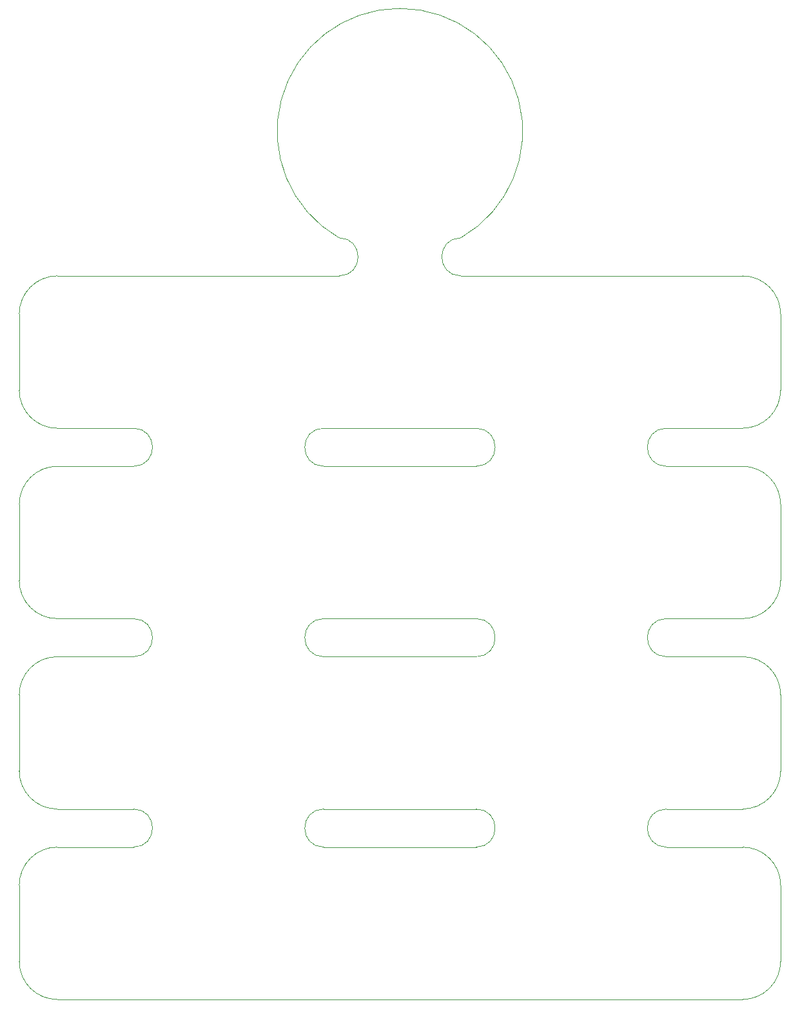
<source format=gbr>
%TF.GenerationSoftware,KiCad,Pcbnew,(5.1.9)-1*%
%TF.CreationDate,2021-12-23T21:14:11+01:00*%
%TF.ProjectId,Berlin_Uhr,4265726c-696e-45f5-9568-722e6b696361,rev?*%
%TF.SameCoordinates,Original*%
%TF.FileFunction,Profile,NP*%
%FSLAX46Y46*%
G04 Gerber Fmt 4.6, Leading zero omitted, Abs format (unit mm)*
G04 Created by KiCad (PCBNEW (5.1.9)-1) date 2021-12-23 21:14:11*
%MOMM*%
%LPD*%
G01*
G04 APERTURE LIST*
%TA.AperFunction,Profile*%
%ADD10C,0.050000*%
%TD*%
G04 APERTURE END LIST*
D10*
X137000000Y-60000000D02*
X105000000Y-60000000D01*
X190000000Y-60000000D02*
X175000000Y-60000000D01*
X135000000Y-135000000D02*
G75*
G02*
X135000000Y-130000000I0J2500000D01*
G01*
X135000000Y-135000000D02*
X145000000Y-135000000D01*
X145000000Y-130000000D02*
X135000000Y-130000000D01*
X145000000Y-135000000D02*
X155000000Y-135000000D01*
X155000000Y-130000000D02*
X145000000Y-130000000D01*
X155000000Y-130000000D02*
G75*
G02*
X155000000Y-135000000I0J-2500000D01*
G01*
X135000000Y-110000000D02*
G75*
G02*
X135000000Y-105000000I0J2500000D01*
G01*
X135000000Y-110000000D02*
X145000000Y-110000000D01*
X145000000Y-105000000D02*
X135000000Y-105000000D01*
X145000000Y-110000000D02*
X155000000Y-110000000D01*
X155000000Y-105000000D02*
X145000000Y-105000000D01*
X155000000Y-105000000D02*
G75*
G02*
X155000000Y-110000000I0J-2500000D01*
G01*
X155000000Y-80000000D02*
G75*
G02*
X155000000Y-85000000I0J-2500000D01*
G01*
X155000000Y-80000000D02*
X145000000Y-80000000D01*
X145000000Y-85000000D02*
X155000000Y-85000000D01*
X135000000Y-85000000D02*
G75*
G02*
X135000000Y-80000000I0J2500000D01*
G01*
X135000000Y-85000000D02*
X145000000Y-85000000D01*
X145000000Y-80000000D02*
X135000000Y-80000000D01*
X137000000Y-55000000D02*
G75*
G02*
X137000000Y-60000000I0J-2500000D01*
G01*
X153000000Y-60000000D02*
G75*
G02*
X153000000Y-55000000I0J2500000D01*
G01*
X100000000Y-155000000D02*
G75*
G02*
X95000000Y-150000000I0J5000000D01*
G01*
X100000000Y-105000000D02*
G75*
G02*
X95000000Y-100000000I0J5000000D01*
G01*
X95000000Y-125000000D02*
X95000000Y-115000000D01*
X110000000Y-105000000D02*
G75*
G02*
X110000000Y-110000000I0J-2500000D01*
G01*
X100000000Y-85000000D02*
X110000000Y-85000000D01*
X95000000Y-90000000D02*
G75*
G02*
X100000000Y-85000000I5000000J0D01*
G01*
X95000000Y-100000000D02*
X95000000Y-90000000D01*
X100000000Y-135000000D02*
X110000000Y-135000000D01*
X95000000Y-140000000D02*
G75*
G02*
X100000000Y-135000000I5000000J0D01*
G01*
X110000000Y-105000000D02*
X100000000Y-105000000D01*
X95000000Y-150000000D02*
X95000000Y-140000000D01*
X100000000Y-130000000D02*
X110000000Y-130000000D01*
X95000000Y-115000000D02*
G75*
G02*
X100000000Y-110000000I5000000J0D01*
G01*
X100000000Y-80000000D02*
G75*
G02*
X95000000Y-75000000I0J5000000D01*
G01*
X110000000Y-130000000D02*
G75*
G02*
X110000000Y-135000000I0J-2500000D01*
G01*
X110000000Y-80000000D02*
G75*
G02*
X110000000Y-85000000I0J-2500000D01*
G01*
X100000000Y-110000000D02*
X110000000Y-110000000D01*
X100000000Y-130000000D02*
G75*
G02*
X95000000Y-125000000I0J5000000D01*
G01*
X100000000Y-80000000D02*
X110000000Y-80000000D01*
X95000000Y-75000000D02*
X95000000Y-65000000D01*
X190000000Y-135000000D02*
X180000000Y-135000000D01*
X180000000Y-110000000D02*
X190000000Y-110000000D01*
X190000000Y-85000000D02*
X180000000Y-85000000D01*
X190000000Y-155000000D02*
X100000000Y-155000000D01*
X195000000Y-150000000D02*
G75*
G02*
X190000000Y-155000000I-5000000J0D01*
G01*
X190000000Y-135000000D02*
G75*
G02*
X195000000Y-140000000I0J-5000000D01*
G01*
X195000000Y-140000000D02*
X195000000Y-150000000D01*
X190000000Y-130000000D02*
X180000000Y-130000000D01*
X195000000Y-125000000D02*
G75*
G02*
X190000000Y-130000000I-5000000J0D01*
G01*
X190000000Y-110000000D02*
G75*
G02*
X195000000Y-115000000I0J-5000000D01*
G01*
X195000000Y-115000000D02*
X195000000Y-125000000D01*
X180000000Y-135000000D02*
G75*
G02*
X180000000Y-130000000I0J2500000D01*
G01*
X190000000Y-105000000D02*
X180000000Y-105000000D01*
X195000000Y-100000000D02*
G75*
G02*
X190000000Y-105000000I-5000000J0D01*
G01*
X190000000Y-85000000D02*
G75*
G02*
X195000000Y-90000000I0J-5000000D01*
G01*
X195000000Y-90000000D02*
X195000000Y-100000000D01*
X180000000Y-110000000D02*
G75*
G02*
X180000000Y-105000000I0J2500000D01*
G01*
X180000000Y-85000000D02*
G75*
G02*
X180000000Y-80000000I0J2500000D01*
G01*
X190000000Y-80000000D02*
X180000000Y-80000000D01*
X195000000Y-75000000D02*
G75*
G02*
X190000000Y-80000000I-5000000J0D01*
G01*
X195000000Y-65000000D02*
X195000000Y-75000000D01*
X190000000Y-60000000D02*
G75*
G02*
X195000000Y-65000000I0J-5000000D01*
G01*
X105000000Y-60000000D02*
X100000000Y-60000000D01*
X95000000Y-65000000D02*
G75*
G02*
X100000000Y-60000000I5000000J0D01*
G01*
X153000000Y-60000000D02*
X175000000Y-60000000D01*
X137000000Y-55000000D02*
G75*
G02*
X153000000Y-55000000I8000000J14000000D01*
G01*
M02*

</source>
